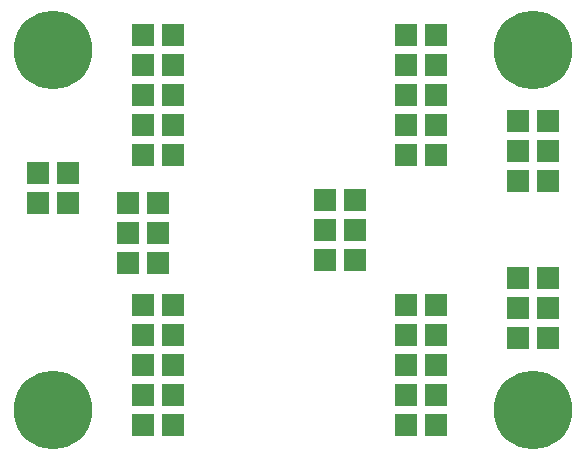
<source format=gbr>
G75*
%MOIN*%
%OFA0B0*%
%FSLAX25Y25*%
%IPPOS*%
%LPD*%
%AMOC8*
5,1,8,0,0,1.08239X$1,22.5*
%
%ADD10R,0.07300X0.07300*%
%ADD11C,0.26200*%
D10*
X0051417Y0053933D03*
X0061417Y0053933D03*
X0061417Y0063933D03*
X0051417Y0063933D03*
X0051417Y0073933D03*
X0061417Y0073933D03*
X0061417Y0083933D03*
X0061417Y0093933D03*
X0051417Y0093933D03*
X0051417Y0083933D03*
X0056417Y0107683D03*
X0046417Y0107683D03*
X0046417Y0117683D03*
X0056417Y0117683D03*
X0056417Y0127683D03*
X0046417Y0127683D03*
X0026417Y0127683D03*
X0016417Y0127683D03*
X0016417Y0137683D03*
X0026417Y0137683D03*
X0051417Y0143933D03*
X0061417Y0143933D03*
X0061417Y0153933D03*
X0061417Y0163933D03*
X0061417Y0173933D03*
X0061417Y0183933D03*
X0051417Y0183933D03*
X0051417Y0173933D03*
X0051417Y0163933D03*
X0051417Y0153933D03*
X0112042Y0128933D03*
X0122042Y0128933D03*
X0122042Y0118933D03*
X0112042Y0118933D03*
X0112042Y0108933D03*
X0122042Y0108933D03*
X0138917Y0093933D03*
X0148917Y0093933D03*
X0148917Y0083933D03*
X0138917Y0083933D03*
X0138917Y0073933D03*
X0148917Y0073933D03*
X0148917Y0063933D03*
X0138917Y0063933D03*
X0138917Y0053933D03*
X0148917Y0053933D03*
X0176417Y0082683D03*
X0186417Y0082683D03*
X0186417Y0092683D03*
X0176417Y0092683D03*
X0176417Y0102683D03*
X0186417Y0102683D03*
X0186417Y0135183D03*
X0176417Y0135183D03*
X0176417Y0145183D03*
X0186417Y0145183D03*
X0186417Y0155183D03*
X0176417Y0155183D03*
X0148917Y0153933D03*
X0138917Y0153933D03*
X0138917Y0143933D03*
X0148917Y0143933D03*
X0148917Y0163933D03*
X0138917Y0163933D03*
X0138917Y0173933D03*
X0148917Y0173933D03*
X0148917Y0183933D03*
X0138917Y0183933D03*
D11*
X0181417Y0178933D03*
X0181417Y0058933D03*
X0021417Y0058933D03*
X0021417Y0178933D03*
M02*

</source>
